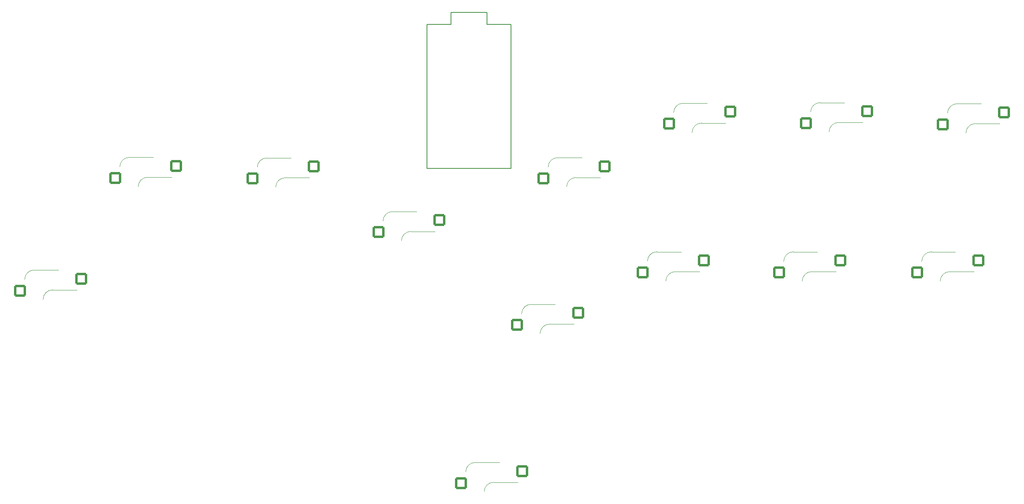
<source format=gbo>
%TF.GenerationSoftware,KiCad,Pcbnew,(6.0.7)*%
%TF.CreationDate,2022-08-16T08:24:38+10:00*%
%TF.ProjectId,Flatbox-rev1_1,466c6174-626f-4782-9d72-6576315f312e,rev?*%
%TF.SameCoordinates,Original*%
%TF.FileFunction,Legend,Bot*%
%TF.FilePolarity,Positive*%
%FSLAX46Y46*%
G04 Gerber Fmt 4.6, Leading zero omitted, Abs format (unit mm)*
G04 Created by KiCad (PCBNEW (6.0.7)) date 2022-08-16 08:24:38*
%MOMM*%
%LPD*%
G01*
G04 APERTURE LIST*
G04 Aperture macros list*
%AMRoundRect*
0 Rectangle with rounded corners*
0 $1 Rounding radius*
0 $2 $3 $4 $5 $6 $7 $8 $9 X,Y pos of 4 corners*
0 Add a 4 corners polygon primitive as box body*
4,1,4,$2,$3,$4,$5,$6,$7,$8,$9,$2,$3,0*
0 Add four circle primitives for the rounded corners*
1,1,$1+$1,$2,$3*
1,1,$1+$1,$4,$5*
1,1,$1+$1,$6,$7*
1,1,$1+$1,$8,$9*
0 Add four rect primitives between the rounded corners*
20,1,$1+$1,$2,$3,$4,$5,0*
20,1,$1+$1,$4,$5,$6,$7,0*
20,1,$1+$1,$6,$7,$8,$9,0*
20,1,$1+$1,$8,$9,$2,$3,0*%
G04 Aperture macros list end*
%ADD10C,0.120000*%
%ADD11C,0.150000*%
%ADD12C,3.600000*%
%ADD13RoundRect,0.250000X-1.025000X-1.000000X1.025000X-1.000000X1.025000X1.000000X-1.025000X1.000000X0*%
%ADD14C,4.000000*%
%ADD15C,1.750000*%
%ADD16C,6.400000*%
%ADD17C,2.000000*%
%ADD18R,1.600000X1.600000*%
%ADD19C,1.600000*%
G04 APERTURE END LIST*
D10*
X34000000Y-82000000D02*
G75*
G03*
X32000000Y-84000000I0J-2000000D01*
G01*
X37900000Y-86200000D02*
G75*
G03*
X35900000Y-88200000I0J-2000000D01*
G01*
X34000000Y-82000000D02*
X39100000Y-82000000D01*
X37900000Y-86200000D02*
X43000000Y-86200000D01*
X127320000Y-122720000D02*
G75*
G03*
X125320000Y-124720000I0J-2000000D01*
G01*
X131220000Y-126920000D02*
G75*
G03*
X129220000Y-128920000I0J-2000000D01*
G01*
X127320000Y-122720000D02*
X132420000Y-122720000D01*
X131220000Y-126920000D02*
X136320000Y-126920000D01*
X223820000Y-78140000D02*
G75*
G03*
X221820000Y-80140000I0J-2000000D01*
G01*
X227720000Y-82340000D02*
G75*
G03*
X225720000Y-84340000I0J-2000000D01*
G01*
X223820000Y-78140000D02*
X228920000Y-78140000D01*
X227720000Y-82340000D02*
X232820000Y-82340000D01*
X194610000Y-78140000D02*
G75*
G03*
X192610000Y-80140000I0J-2000000D01*
G01*
X198510000Y-82340000D02*
G75*
G03*
X196510000Y-84340000I0J-2000000D01*
G01*
X194610000Y-78140000D02*
X199710000Y-78140000D01*
X198510000Y-82340000D02*
X203610000Y-82340000D01*
X165760000Y-78140000D02*
G75*
G03*
X163760000Y-80140000I0J-2000000D01*
G01*
X169660000Y-82340000D02*
G75*
G03*
X167660000Y-84340000I0J-2000000D01*
G01*
X165760000Y-78140000D02*
X170860000Y-78140000D01*
X169660000Y-82340000D02*
X174760000Y-82340000D01*
X139150000Y-89250000D02*
G75*
G03*
X137150000Y-91250000I0J-2000000D01*
G01*
X143050000Y-93450000D02*
G75*
G03*
X141050000Y-95450000I0J-2000000D01*
G01*
X139150000Y-89250000D02*
X144250000Y-89250000D01*
X143050000Y-93450000D02*
X148150000Y-93450000D01*
X229260000Y-46800000D02*
G75*
G03*
X227260000Y-48800000I0J-2000000D01*
G01*
X233160000Y-51000000D02*
G75*
G03*
X231160000Y-53000000I0J-2000000D01*
G01*
X229260000Y-46800000D02*
X234360000Y-46800000D01*
X233160000Y-51000000D02*
X238260000Y-51000000D01*
X200290000Y-46560000D02*
G75*
G03*
X198290000Y-48560000I0J-2000000D01*
G01*
X204190000Y-50760000D02*
G75*
G03*
X202190000Y-52760000I0J-2000000D01*
G01*
X200290000Y-46560000D02*
X205390000Y-46560000D01*
X204190000Y-50760000D02*
X209290000Y-50760000D01*
X171320000Y-46680000D02*
G75*
G03*
X169320000Y-48680000I0J-2000000D01*
G01*
X175220000Y-50880000D02*
G75*
G03*
X173220000Y-52880000I0J-2000000D01*
G01*
X171320000Y-46680000D02*
X176420000Y-46680000D01*
X175220000Y-50880000D02*
X180320000Y-50880000D01*
X144760000Y-58210000D02*
G75*
G03*
X142760000Y-60210000I0J-2000000D01*
G01*
X148660000Y-62410000D02*
G75*
G03*
X146660000Y-64410000I0J-2000000D01*
G01*
X144760000Y-58210000D02*
X149860000Y-58210000D01*
X148660000Y-62410000D02*
X153760000Y-62410000D01*
X109820000Y-69620000D02*
G75*
G03*
X107820000Y-71620000I0J-2000000D01*
G01*
X113720000Y-73820000D02*
G75*
G03*
X111720000Y-75820000I0J-2000000D01*
G01*
X109820000Y-69620000D02*
X114920000Y-69620000D01*
X113720000Y-73820000D02*
X118820000Y-73820000D01*
X83220000Y-58270000D02*
G75*
G03*
X81220000Y-60270000I0J-2000000D01*
G01*
X87120000Y-62470000D02*
G75*
G03*
X85120000Y-64470000I0J-2000000D01*
G01*
X83220000Y-58270000D02*
X88320000Y-58270000D01*
X87120000Y-62470000D02*
X92220000Y-62470000D01*
X54125000Y-58150000D02*
G75*
G03*
X52125000Y-60150000I0J-2000000D01*
G01*
X58025000Y-62350000D02*
G75*
G03*
X56025000Y-64350000I0J-2000000D01*
G01*
X54125000Y-58150000D02*
X59225000Y-58150000D01*
X58025000Y-62350000D02*
X63125000Y-62350000D01*
D11*
X129810000Y-30010000D02*
X134890000Y-30010000D01*
X117110000Y-60490000D02*
X117110000Y-30010000D01*
X122190000Y-30010000D02*
X122190000Y-27470000D01*
X122190000Y-27470000D02*
X129810000Y-27470000D01*
X134890000Y-30010000D02*
X134890000Y-60490000D01*
X129810000Y-27470000D02*
X129810000Y-30010000D01*
X117110000Y-30010000D02*
X122190000Y-30010000D01*
X134890000Y-60490000D02*
X117110000Y-60490000D01*
%LPC*%
D12*
X34290000Y-86360000D03*
X40640000Y-83820000D03*
D13*
X31015000Y-86360000D03*
X43942000Y-83820000D03*
D14*
X38100000Y-88900000D03*
D15*
X33020000Y-88900000D03*
X43180000Y-88900000D03*
D12*
X127610000Y-127080000D03*
X133960000Y-124540000D03*
D13*
X124335000Y-127080000D03*
X137262000Y-124540000D03*
D14*
X131420000Y-129620000D03*
D15*
X126340000Y-129620000D03*
X136500000Y-129620000D03*
D12*
X224110000Y-82500000D03*
X230460000Y-79960000D03*
D13*
X220835000Y-82500000D03*
X233762000Y-79960000D03*
D14*
X227920000Y-85040000D03*
D15*
X222840000Y-85040000D03*
X233000000Y-85040000D03*
D12*
X194900000Y-82500000D03*
X201250000Y-79960000D03*
D13*
X191625000Y-82500000D03*
X204552000Y-79960000D03*
D14*
X198710000Y-85040000D03*
D15*
X193630000Y-85040000D03*
X203790000Y-85040000D03*
D12*
X166050000Y-82500000D03*
X172400000Y-79960000D03*
D13*
X162775000Y-82500000D03*
X175702000Y-79960000D03*
D14*
X169860000Y-85040000D03*
D15*
X164780000Y-85040000D03*
X174940000Y-85040000D03*
D12*
X139440000Y-93610000D03*
X145790000Y-91070000D03*
D13*
X136165000Y-93610000D03*
X149092000Y-91070000D03*
D14*
X143250000Y-96150000D03*
D15*
X138170000Y-96150000D03*
X148330000Y-96150000D03*
D12*
X229550000Y-51160000D03*
X235900000Y-48620000D03*
D13*
X226275000Y-51160000D03*
X239202000Y-48620000D03*
D14*
X233360000Y-53700000D03*
D15*
X228280000Y-53700000D03*
X238440000Y-53700000D03*
D12*
X200580000Y-50920000D03*
X206930000Y-48380000D03*
D13*
X197305000Y-50920000D03*
X210232000Y-48380000D03*
D14*
X204390000Y-53460000D03*
D15*
X199310000Y-53460000D03*
X209470000Y-53460000D03*
D12*
X171610000Y-51040000D03*
X177960000Y-48500000D03*
D13*
X168335000Y-51040000D03*
X181262000Y-48500000D03*
D14*
X175420000Y-53580000D03*
D15*
X170340000Y-53580000D03*
X180500000Y-53580000D03*
D12*
X145050000Y-62570000D03*
X151400000Y-60030000D03*
D13*
X141775000Y-62570000D03*
X154702000Y-60030000D03*
D14*
X148860000Y-65110000D03*
D15*
X143780000Y-65110000D03*
X153940000Y-65110000D03*
D12*
X110110000Y-73980000D03*
X116460000Y-71440000D03*
D13*
X106835000Y-73980000D03*
X119762000Y-71440000D03*
D14*
X113920000Y-76520000D03*
D15*
X108840000Y-76520000D03*
X119000000Y-76520000D03*
D12*
X83510000Y-62630000D03*
X89860000Y-60090000D03*
D13*
X80235000Y-62630000D03*
X93162000Y-60090000D03*
D14*
X87320000Y-65170000D03*
D15*
X82240000Y-65170000D03*
X92400000Y-65170000D03*
D12*
X54415000Y-62510000D03*
X60765000Y-59970000D03*
D13*
X51140000Y-62510000D03*
X64067000Y-59970000D03*
D14*
X58225000Y-65050000D03*
D15*
X53145000Y-65050000D03*
X63305000Y-65050000D03*
D16*
X29860000Y-37000000D03*
X29860000Y-143000000D03*
X243000000Y-143000000D03*
X243000000Y-37000000D03*
X150000000Y-37000000D03*
D17*
X88500000Y-36500000D03*
X88500000Y-43000000D03*
X93000000Y-36500000D03*
X93000000Y-43000000D03*
X65500000Y-43000000D03*
X65500000Y-36500000D03*
X70000000Y-36500000D03*
X70000000Y-43000000D03*
X98500000Y-43000000D03*
X98500000Y-36500000D03*
X103000000Y-36500000D03*
X103000000Y-43000000D03*
X55500000Y-36500000D03*
X55500000Y-43000000D03*
X60000000Y-43000000D03*
X60000000Y-36500000D03*
X75500000Y-36500000D03*
X75500000Y-43000000D03*
X80000000Y-36500000D03*
X80000000Y-43000000D03*
X108500000Y-36500000D03*
X108500000Y-43000000D03*
X113000000Y-36500000D03*
X113000000Y-43000000D03*
D16*
X133500000Y-78000000D03*
X150000000Y-143000000D03*
D18*
X118380000Y-31280000D03*
D19*
X118380000Y-33820000D03*
X118380000Y-36360000D03*
X118380000Y-38900000D03*
X118380000Y-41440000D03*
X118380000Y-43980000D03*
X118380000Y-46520000D03*
X118380000Y-49060000D03*
X118380000Y-51600000D03*
X118380000Y-54140000D03*
X118380000Y-56680000D03*
X118380000Y-59220000D03*
X133620000Y-59220000D03*
X133620000Y-56680000D03*
X133620000Y-54140000D03*
X133620000Y-51600000D03*
X133620000Y-49060000D03*
X133620000Y-46520000D03*
X133620000Y-43980000D03*
X133620000Y-41440000D03*
X133620000Y-38900000D03*
X133620000Y-36360000D03*
X133620000Y-33820000D03*
X133620000Y-31280000D03*
M02*

</source>
